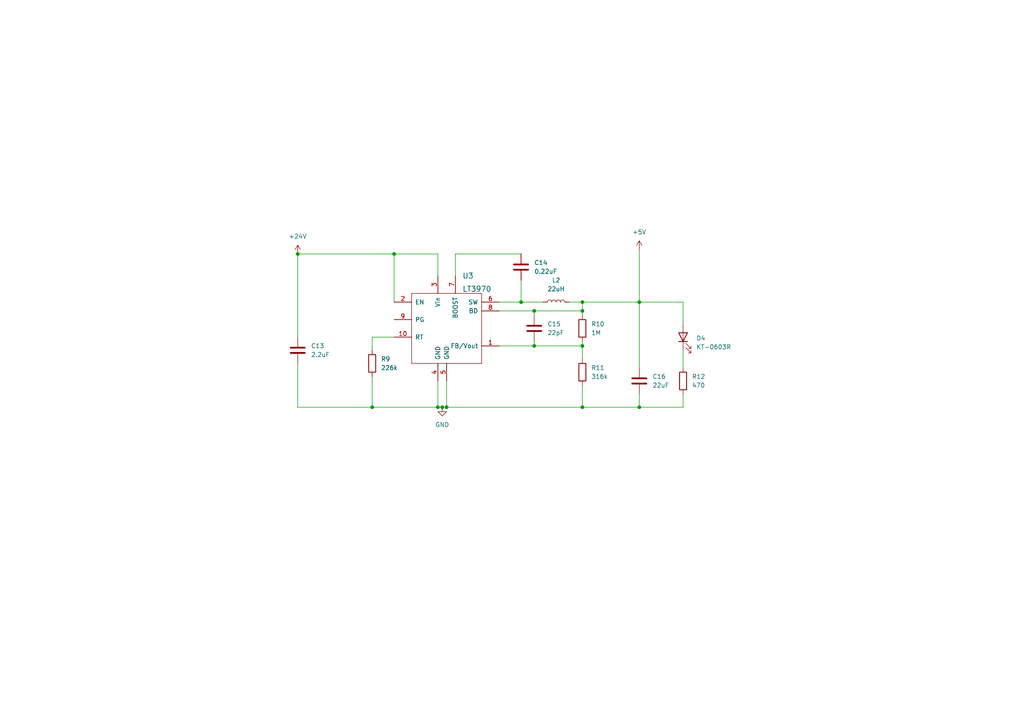
<source format=kicad_sch>
(kicad_sch (version 20230121) (generator eeschema)

  (uuid 78c7339e-0cc1-4290-b3b1-47f0c4996640)

  (paper "A4")

  (title_block
    (title "AMS Master by Jakub Sułek")
    (date "2023-06-27")
    (rev "7")
  )

  (lib_symbols
    (symbol "Device:C" (pin_numbers hide) (pin_names (offset 0.254)) (in_bom yes) (on_board yes)
      (property "Reference" "C" (at 0.635 2.54 0)
        (effects (font (size 1.27 1.27)) (justify left))
      )
      (property "Value" "C" (at 0.635 -2.54 0)
        (effects (font (size 1.27 1.27)) (justify left))
      )
      (property "Footprint" "" (at 0.9652 -3.81 0)
        (effects (font (size 1.27 1.27)) hide)
      )
      (property "Datasheet" "~" (at 0 0 0)
        (effects (font (size 1.27 1.27)) hide)
      )
      (property "ki_keywords" "cap capacitor" (at 0 0 0)
        (effects (font (size 1.27 1.27)) hide)
      )
      (property "ki_description" "Unpolarized capacitor" (at 0 0 0)
        (effects (font (size 1.27 1.27)) hide)
      )
      (property "ki_fp_filters" "C_*" (at 0 0 0)
        (effects (font (size 1.27 1.27)) hide)
      )
      (symbol "C_0_1"
        (polyline
          (pts
            (xy -2.032 -0.762)
            (xy 2.032 -0.762)
          )
          (stroke (width 0.508) (type default))
          (fill (type none))
        )
        (polyline
          (pts
            (xy -2.032 0.762)
            (xy 2.032 0.762)
          )
          (stroke (width 0.508) (type default))
          (fill (type none))
        )
      )
      (symbol "C_1_1"
        (pin passive line (at 0 3.81 270) (length 2.794)
          (name "~" (effects (font (size 1.27 1.27))))
          (number "1" (effects (font (size 1.27 1.27))))
        )
        (pin passive line (at 0 -3.81 90) (length 2.794)
          (name "~" (effects (font (size 1.27 1.27))))
          (number "2" (effects (font (size 1.27 1.27))))
        )
      )
    )
    (symbol "Device:L" (pin_numbers hide) (pin_names (offset 1.016) hide) (in_bom yes) (on_board yes)
      (property "Reference" "L" (at -1.27 0 90)
        (effects (font (size 1.27 1.27)))
      )
      (property "Value" "L" (at 1.905 0 90)
        (effects (font (size 1.27 1.27)))
      )
      (property "Footprint" "" (at 0 0 0)
        (effects (font (size 1.27 1.27)) hide)
      )
      (property "Datasheet" "~" (at 0 0 0)
        (effects (font (size 1.27 1.27)) hide)
      )
      (property "ki_keywords" "inductor choke coil reactor magnetic" (at 0 0 0)
        (effects (font (size 1.27 1.27)) hide)
      )
      (property "ki_description" "Inductor" (at 0 0 0)
        (effects (font (size 1.27 1.27)) hide)
      )
      (property "ki_fp_filters" "Choke_* *Coil* Inductor_* L_*" (at 0 0 0)
        (effects (font (size 1.27 1.27)) hide)
      )
      (symbol "L_0_1"
        (arc (start 0 -2.54) (mid 0.6323 -1.905) (end 0 -1.27)
          (stroke (width 0) (type default))
          (fill (type none))
        )
        (arc (start 0 -1.27) (mid 0.6323 -0.635) (end 0 0)
          (stroke (width 0) (type default))
          (fill (type none))
        )
        (arc (start 0 0) (mid 0.6323 0.635) (end 0 1.27)
          (stroke (width 0) (type default))
          (fill (type none))
        )
        (arc (start 0 1.27) (mid 0.6323 1.905) (end 0 2.54)
          (stroke (width 0) (type default))
          (fill (type none))
        )
      )
      (symbol "L_1_1"
        (pin passive line (at 0 3.81 270) (length 1.27)
          (name "1" (effects (font (size 1.27 1.27))))
          (number "1" (effects (font (size 1.27 1.27))))
        )
        (pin passive line (at 0 -3.81 90) (length 1.27)
          (name "2" (effects (font (size 1.27 1.27))))
          (number "2" (effects (font (size 1.27 1.27))))
        )
      )
    )
    (symbol "Device:LED" (pin_numbers hide) (pin_names (offset 1.016) hide) (in_bom yes) (on_board yes)
      (property "Reference" "D" (at 0 2.54 0)
        (effects (font (size 1.27 1.27)))
      )
      (property "Value" "LED" (at 0 -2.54 0)
        (effects (font (size 1.27 1.27)))
      )
      (property "Footprint" "" (at 0 0 0)
        (effects (font (size 1.27 1.27)) hide)
      )
      (property "Datasheet" "~" (at 0 0 0)
        (effects (font (size 1.27 1.27)) hide)
      )
      (property "ki_keywords" "LED diode" (at 0 0 0)
        (effects (font (size 1.27 1.27)) hide)
      )
      (property "ki_description" "Light emitting diode" (at 0 0 0)
        (effects (font (size 1.27 1.27)) hide)
      )
      (property "ki_fp_filters" "LED* LED_SMD:* LED_THT:*" (at 0 0 0)
        (effects (font (size 1.27 1.27)) hide)
      )
      (symbol "LED_0_1"
        (polyline
          (pts
            (xy -1.27 -1.27)
            (xy -1.27 1.27)
          )
          (stroke (width 0.254) (type default))
          (fill (type none))
        )
        (polyline
          (pts
            (xy -1.27 0)
            (xy 1.27 0)
          )
          (stroke (width 0) (type default))
          (fill (type none))
        )
        (polyline
          (pts
            (xy 1.27 -1.27)
            (xy 1.27 1.27)
            (xy -1.27 0)
            (xy 1.27 -1.27)
          )
          (stroke (width 0.254) (type default))
          (fill (type none))
        )
        (polyline
          (pts
            (xy -3.048 -0.762)
            (xy -4.572 -2.286)
            (xy -3.81 -2.286)
            (xy -4.572 -2.286)
            (xy -4.572 -1.524)
          )
          (stroke (width 0) (type default))
          (fill (type none))
        )
        (polyline
          (pts
            (xy -1.778 -0.762)
            (xy -3.302 -2.286)
            (xy -2.54 -2.286)
            (xy -3.302 -2.286)
            (xy -3.302 -1.524)
          )
          (stroke (width 0) (type default))
          (fill (type none))
        )
      )
      (symbol "LED_1_1"
        (pin passive line (at -3.81 0 0) (length 2.54)
          (name "K" (effects (font (size 1.27 1.27))))
          (number "1" (effects (font (size 1.27 1.27))))
        )
        (pin passive line (at 3.81 0 180) (length 2.54)
          (name "A" (effects (font (size 1.27 1.27))))
          (number "2" (effects (font (size 1.27 1.27))))
        )
      )
    )
    (symbol "Device:R" (pin_numbers hide) (pin_names (offset 0)) (in_bom yes) (on_board yes)
      (property "Reference" "R" (at 2.032 0 90)
        (effects (font (size 1.27 1.27)))
      )
      (property "Value" "R" (at 0 0 90)
        (effects (font (size 1.27 1.27)))
      )
      (property "Footprint" "" (at -1.778 0 90)
        (effects (font (size 1.27 1.27)) hide)
      )
      (property "Datasheet" "~" (at 0 0 0)
        (effects (font (size 1.27 1.27)) hide)
      )
      (property "ki_keywords" "R res resistor" (at 0 0 0)
        (effects (font (size 1.27 1.27)) hide)
      )
      (property "ki_description" "Resistor" (at 0 0 0)
        (effects (font (size 1.27 1.27)) hide)
      )
      (property "ki_fp_filters" "R_*" (at 0 0 0)
        (effects (font (size 1.27 1.27)) hide)
      )
      (symbol "R_0_1"
        (rectangle (start -1.016 -2.54) (end 1.016 2.54)
          (stroke (width 0.254) (type default))
          (fill (type none))
        )
      )
      (symbol "R_1_1"
        (pin passive line (at 0 3.81 270) (length 1.27)
          (name "~" (effects (font (size 1.27 1.27))))
          (number "1" (effects (font (size 1.27 1.27))))
        )
        (pin passive line (at 0 -3.81 90) (length 1.27)
          (name "~" (effects (font (size 1.27 1.27))))
          (number "2" (effects (font (size 1.27 1.27))))
        )
      )
    )
    (symbol "Metropolia Motorsport General:LT3970" (pin_names (offset 1.016)) (in_bom yes) (on_board yes)
      (property "Reference" "U" (at 0 1.27 0)
        (effects (font (size 1.524 1.524)))
      )
      (property "Value" "LT3970" (at 0 -1.27 0)
        (effects (font (size 1.524 1.524)))
      )
      (property "Footprint" "general:LT3970" (at -2.54 -1.27 0)
        (effects (font (size 1.524 1.524)) hide)
      )
      (property "Datasheet" "" (at 0 0 0)
        (effects (font (size 1.524 1.524)) hide)
      )
      (symbol "LT3970_0_1"
        (rectangle (start -10.16 10.16) (end 10.16 -10.16)
          (stroke (width 0) (type default))
          (fill (type none))
        )
      )
      (symbol "LT3970_1_1"
        (pin input line (at 15.24 -5.08 180) (length 5.08)
          (name "FB/Vout" (effects (font (size 1.27 1.27))))
          (number "1" (effects (font (size 1.27 1.27))))
        )
        (pin input line (at -15.24 -2.54 0) (length 5.08)
          (name "RT" (effects (font (size 1.27 1.27))))
          (number "10" (effects (font (size 1.27 1.27))))
        )
        (pin input line (at -15.24 7.62 0) (length 5.08)
          (name "EN" (effects (font (size 1.27 1.27))))
          (number "2" (effects (font (size 1.27 1.27))))
        )
        (pin power_in line (at -2.54 15.24 270) (length 5.08)
          (name "Vin" (effects (font (size 1.27 1.27))))
          (number "3" (effects (font (size 1.27 1.27))))
        )
        (pin input line (at -2.54 -15.24 90) (length 5.08)
          (name "GND" (effects (font (size 1.27 1.27))))
          (number "4" (effects (font (size 1.27 1.27))))
        )
        (pin input line (at 0 -15.24 90) (length 5.08)
          (name "GND" (effects (font (size 1.27 1.27))))
          (number "5" (effects (font (size 1.27 1.27))))
        )
        (pin power_out line (at 15.24 7.62 180) (length 5.08)
          (name "SW" (effects (font (size 1.27 1.27))))
          (number "6" (effects (font (size 1.27 1.27))))
        )
        (pin input line (at 2.54 15.24 270) (length 5.08)
          (name "BOOST" (effects (font (size 1.27 1.27))))
          (number "7" (effects (font (size 1.27 1.27))))
        )
        (pin input line (at 15.24 5.08 180) (length 5.08)
          (name "BD" (effects (font (size 1.27 1.27))))
          (number "8" (effects (font (size 1.27 1.27))))
        )
        (pin input line (at -15.24 2.54 0) (length 5.08)
          (name "PG" (effects (font (size 1.27 1.27))))
          (number "9" (effects (font (size 1.27 1.27))))
        )
      )
    )
    (symbol "power:+24V" (power) (pin_names (offset 0)) (in_bom yes) (on_board yes)
      (property "Reference" "#PWR" (at 0 -3.81 0)
        (effects (font (size 1.27 1.27)) hide)
      )
      (property "Value" "+24V" (at 0 3.556 0)
        (effects (font (size 1.27 1.27)))
      )
      (property "Footprint" "" (at 0 0 0)
        (effects (font (size 1.27 1.27)) hide)
      )
      (property "Datasheet" "" (at 0 0 0)
        (effects (font (size 1.27 1.27)) hide)
      )
      (property "ki_keywords" "power-flag" (at 0 0 0)
        (effects (font (size 1.27 1.27)) hide)
      )
      (property "ki_description" "Power symbol creates a global label with name \"+24V\"" (at 0 0 0)
        (effects (font (size 1.27 1.27)) hide)
      )
      (symbol "+24V_0_1"
        (polyline
          (pts
            (xy -0.762 1.27)
            (xy 0 2.54)
          )
          (stroke (width 0) (type default))
          (fill (type none))
        )
        (polyline
          (pts
            (xy 0 0)
            (xy 0 2.54)
          )
          (stroke (width 0) (type default))
          (fill (type none))
        )
        (polyline
          (pts
            (xy 0 2.54)
            (xy 0.762 1.27)
          )
          (stroke (width 0) (type default))
          (fill (type none))
        )
      )
      (symbol "+24V_1_1"
        (pin power_in line (at 0 0 90) (length 0) hide
          (name "+24V" (effects (font (size 1.27 1.27))))
          (number "1" (effects (font (size 1.27 1.27))))
        )
      )
    )
    (symbol "power:+5V" (power) (pin_names (offset 0)) (in_bom yes) (on_board yes)
      (property "Reference" "#PWR" (at 0 -3.81 0)
        (effects (font (size 1.27 1.27)) hide)
      )
      (property "Value" "+5V" (at 0 3.556 0)
        (effects (font (size 1.27 1.27)))
      )
      (property "Footprint" "" (at 0 0 0)
        (effects (font (size 1.27 1.27)) hide)
      )
      (property "Datasheet" "" (at 0 0 0)
        (effects (font (size 1.27 1.27)) hide)
      )
      (property "ki_keywords" "power-flag" (at 0 0 0)
        (effects (font (size 1.27 1.27)) hide)
      )
      (property "ki_description" "Power symbol creates a global label with name \"+5V\"" (at 0 0 0)
        (effects (font (size 1.27 1.27)) hide)
      )
      (symbol "+5V_0_1"
        (polyline
          (pts
            (xy -0.762 1.27)
            (xy 0 2.54)
          )
          (stroke (width 0) (type default))
          (fill (type none))
        )
        (polyline
          (pts
            (xy 0 0)
            (xy 0 2.54)
          )
          (stroke (width 0) (type default))
          (fill (type none))
        )
        (polyline
          (pts
            (xy 0 2.54)
            (xy 0.762 1.27)
          )
          (stroke (width 0) (type default))
          (fill (type none))
        )
      )
      (symbol "+5V_1_1"
        (pin power_in line (at 0 0 90) (length 0) hide
          (name "+5V" (effects (font (size 1.27 1.27))))
          (number "1" (effects (font (size 1.27 1.27))))
        )
      )
    )
    (symbol "power:GND" (power) (pin_names (offset 0)) (in_bom yes) (on_board yes)
      (property "Reference" "#PWR" (at 0 -6.35 0)
        (effects (font (size 1.27 1.27)) hide)
      )
      (property "Value" "GND" (at 0 -3.81 0)
        (effects (font (size 1.27 1.27)))
      )
      (property "Footprint" "" (at 0 0 0)
        (effects (font (size 1.27 1.27)) hide)
      )
      (property "Datasheet" "" (at 0 0 0)
        (effects (font (size 1.27 1.27)) hide)
      )
      (property "ki_keywords" "power-flag" (at 0 0 0)
        (effects (font (size 1.27 1.27)) hide)
      )
      (property "ki_description" "Power symbol creates a global label with name \"GND\" , ground" (at 0 0 0)
        (effects (font (size 1.27 1.27)) hide)
      )
      (symbol "GND_0_1"
        (polyline
          (pts
            (xy 0 0)
            (xy 0 -1.27)
            (xy 1.27 -1.27)
            (xy 0 -2.54)
            (xy -1.27 -1.27)
            (xy 0 -1.27)
          )
          (stroke (width 0) (type default))
          (fill (type none))
        )
      )
      (symbol "GND_1_1"
        (pin power_in line (at 0 0 270) (length 0) hide
          (name "GND" (effects (font (size 1.27 1.27))))
          (number "1" (effects (font (size 1.27 1.27))))
        )
      )
    )
  )

  (junction (at 127 118.11) (diameter 0) (color 0 0 0 0)
    (uuid 1c4caeae-2608-4678-9555-8647a9ccadc7)
  )
  (junction (at 154.94 100.33) (diameter 0) (color 0 0 0 0)
    (uuid 1f52203c-b668-40e8-9e0f-a58e2d617b82)
  )
  (junction (at 154.94 90.17) (diameter 0) (color 0 0 0 0)
    (uuid 37cee999-a648-4ce9-ba77-e1d40e8e2c67)
  )
  (junction (at 185.42 118.11) (diameter 0) (color 0 0 0 0)
    (uuid 3f7e0219-470a-41c1-9e26-f92df101b646)
  )
  (junction (at 129.54 118.11) (diameter 0) (color 0 0 0 0)
    (uuid 5a01ce3b-6fce-4516-a473-74fe0f4ecfc4)
  )
  (junction (at 151.13 87.63) (diameter 0) (color 0 0 0 0)
    (uuid 7684e606-f46d-4e6f-8620-c798287cba6f)
  )
  (junction (at 107.95 118.11) (diameter 0) (color 0 0 0 0)
    (uuid 7730d70c-0525-4896-90c7-0472ec4a595f)
  )
  (junction (at 128.27 118.11) (diameter 0) (color 0 0 0 0)
    (uuid 91b78ca1-0613-46e0-b16c-6560fa0cd606)
  )
  (junction (at 114.3 73.66) (diameter 0) (color 0 0 0 0)
    (uuid 9ad3fd9b-e8b8-4cba-857c-15bae11dd99e)
  )
  (junction (at 168.91 100.33) (diameter 0) (color 0 0 0 0)
    (uuid b12613c3-d7c9-4e9b-b5a7-7461b96212f7)
  )
  (junction (at 86.36 73.66) (diameter 0) (color 0 0 0 0)
    (uuid bd0df8a9-bd29-4a56-9f71-3b692e136fc5)
  )
  (junction (at 185.42 87.63) (diameter 0) (color 0 0 0 0)
    (uuid ca6cb24b-88cd-4104-b439-cc1e66e75f1f)
  )
  (junction (at 168.91 90.17) (diameter 0) (color 0 0 0 0)
    (uuid d01f60df-b1a8-4cd8-be3a-5ad3598a9c01)
  )
  (junction (at 168.91 118.11) (diameter 0) (color 0 0 0 0)
    (uuid eb4171dc-aa7d-45f3-8a3f-ce34c6820bc3)
  )
  (junction (at 168.91 87.63) (diameter 0) (color 0 0 0 0)
    (uuid fcf030f2-80cd-49f8-9a08-b1c6205691a6)
  )

  (wire (pts (xy 154.94 99.06) (xy 154.94 100.33))
    (stroke (width 0) (type default))
    (uuid 028c62fa-facf-4c2f-b0ca-7347b24a94ff)
  )
  (wire (pts (xy 185.42 118.11) (xy 168.91 118.11))
    (stroke (width 0) (type default))
    (uuid 18a18a59-c6b8-47ca-a91b-662bc4aad6fc)
  )
  (wire (pts (xy 127 118.11) (xy 128.27 118.11))
    (stroke (width 0) (type default))
    (uuid 1c1f9d96-ab1e-4f6a-bc56-d0b715145bc3)
  )
  (wire (pts (xy 168.91 111.76) (xy 168.91 118.11))
    (stroke (width 0) (type default))
    (uuid 1fbd29c6-0880-4c33-b503-74d3d132f9f4)
  )
  (wire (pts (xy 86.36 105.41) (xy 86.36 118.11))
    (stroke (width 0) (type default))
    (uuid 249dbcd0-99c5-40fb-998c-b8efb604a519)
  )
  (wire (pts (xy 154.94 90.17) (xy 168.91 90.17))
    (stroke (width 0) (type default))
    (uuid 26aa461c-9a85-4a0f-99bb-3b7ba48e4b53)
  )
  (wire (pts (xy 86.36 118.11) (xy 107.95 118.11))
    (stroke (width 0) (type default))
    (uuid 286d9fa6-88cd-4d9b-99e0-ed7709df320c)
  )
  (wire (pts (xy 168.91 87.63) (xy 165.1 87.63))
    (stroke (width 0) (type default))
    (uuid 2e5a8c6c-aa4b-484e-8e2d-b640132c4984)
  )
  (wire (pts (xy 144.78 90.17) (xy 154.94 90.17))
    (stroke (width 0) (type default))
    (uuid 31abafff-7c37-4680-ba06-9d09f17d0e33)
  )
  (wire (pts (xy 185.42 114.3) (xy 185.42 118.11))
    (stroke (width 0) (type default))
    (uuid 3272151d-d910-4e78-804a-8afce7f9c8a7)
  )
  (wire (pts (xy 86.36 73.66) (xy 86.36 97.79))
    (stroke (width 0) (type default))
    (uuid 3c6b4492-e5b5-4cd0-9f0d-e3e78396aa4d)
  )
  (wire (pts (xy 198.12 114.3) (xy 198.12 118.11))
    (stroke (width 0) (type default))
    (uuid 431413a5-7000-408e-bfec-6a0337ac0813)
  )
  (wire (pts (xy 114.3 73.66) (xy 114.3 87.63))
    (stroke (width 0) (type default))
    (uuid 4538197f-60f1-4475-8586-1b2d2caf8a9a)
  )
  (wire (pts (xy 168.91 118.11) (xy 129.54 118.11))
    (stroke (width 0) (type default))
    (uuid 45f1c1f5-d1c3-4992-9dca-e08f96378531)
  )
  (wire (pts (xy 198.12 93.98) (xy 198.12 87.63))
    (stroke (width 0) (type default))
    (uuid 4d03b21e-af45-4965-8e85-6278f9bb0ce2)
  )
  (wire (pts (xy 107.95 118.11) (xy 127 118.11))
    (stroke (width 0) (type default))
    (uuid 60b57bd0-b79f-46c9-95aa-46f5d1cecc12)
  )
  (wire (pts (xy 168.91 87.63) (xy 168.91 90.17))
    (stroke (width 0) (type default))
    (uuid 6259ba0c-190c-4739-931d-c694be880832)
  )
  (wire (pts (xy 129.54 118.11) (xy 128.27 118.11))
    (stroke (width 0) (type default))
    (uuid 648f6464-f955-4871-9c30-75b42816ad1f)
  )
  (wire (pts (xy 151.13 87.63) (xy 157.48 87.63))
    (stroke (width 0) (type default))
    (uuid 682ea0e4-29f7-40cb-bd95-9d83bd7f04c8)
  )
  (wire (pts (xy 185.42 118.11) (xy 198.12 118.11))
    (stroke (width 0) (type default))
    (uuid 6bef5210-0870-49af-9023-61f60f498ed4)
  )
  (wire (pts (xy 107.95 109.22) (xy 107.95 118.11))
    (stroke (width 0) (type default))
    (uuid 6cf5f76d-d692-4b3e-9714-0cdf527fed29)
  )
  (wire (pts (xy 86.36 73.66) (xy 114.3 73.66))
    (stroke (width 0) (type default))
    (uuid 771d8ef0-955b-4175-a90f-1a441395efb4)
  )
  (wire (pts (xy 132.08 73.66) (xy 151.13 73.66))
    (stroke (width 0) (type default))
    (uuid 78d7ce8f-2c16-452c-a25b-60bdf81a2475)
  )
  (wire (pts (xy 132.08 80.01) (xy 132.08 73.66))
    (stroke (width 0) (type default))
    (uuid 7b319453-713e-48d1-8166-a0dca1b40b15)
  )
  (wire (pts (xy 185.42 87.63) (xy 168.91 87.63))
    (stroke (width 0) (type default))
    (uuid 7c775f15-59c6-4457-b84f-772e7bcc858d)
  )
  (wire (pts (xy 154.94 90.17) (xy 154.94 91.44))
    (stroke (width 0) (type default))
    (uuid 7d4bcabe-ebe1-49ca-ab99-b6a96aead75b)
  )
  (wire (pts (xy 168.91 99.06) (xy 168.91 100.33))
    (stroke (width 0) (type default))
    (uuid 86ddee13-68ce-4a53-8769-536e010c73d8)
  )
  (wire (pts (xy 168.91 100.33) (xy 168.91 104.14))
    (stroke (width 0) (type default))
    (uuid 87ccea1f-ca0e-45f5-bca6-9ca5a66f9036)
  )
  (wire (pts (xy 129.54 110.49) (xy 129.54 118.11))
    (stroke (width 0) (type default))
    (uuid 8df0e2d0-5986-4cb5-98a5-b3218dcfd012)
  )
  (wire (pts (xy 154.94 100.33) (xy 168.91 100.33))
    (stroke (width 0) (type default))
    (uuid 8f550ec6-6b4e-481f-98bb-c7587725c0fc)
  )
  (wire (pts (xy 127 73.66) (xy 127 80.01))
    (stroke (width 0) (type default))
    (uuid 9dbe0280-9579-461c-9fce-79ae67e1512f)
  )
  (wire (pts (xy 127 110.49) (xy 127 118.11))
    (stroke (width 0) (type default))
    (uuid 9dd205fd-6c80-4ca1-b651-71e3932b31f6)
  )
  (wire (pts (xy 198.12 101.6) (xy 198.12 106.68))
    (stroke (width 0) (type default))
    (uuid a246d1c1-4ea8-48bf-a73e-3af89275a6d2)
  )
  (wire (pts (xy 107.95 97.79) (xy 107.95 101.6))
    (stroke (width 0) (type default))
    (uuid aadf08a4-b226-4aec-96ac-f66f34536c97)
  )
  (wire (pts (xy 114.3 97.79) (xy 107.95 97.79))
    (stroke (width 0) (type default))
    (uuid ad40c648-5481-4067-a2c5-aeb189a51f9f)
  )
  (wire (pts (xy 114.3 73.66) (xy 127 73.66))
    (stroke (width 0) (type default))
    (uuid b05d3e32-fd84-488b-9a6c-fd9b47c291d6)
  )
  (wire (pts (xy 185.42 72.39) (xy 185.42 87.63))
    (stroke (width 0) (type default))
    (uuid b6e23120-5640-4486-8b70-5e3b3b2573f8)
  )
  (wire (pts (xy 151.13 81.28) (xy 151.13 87.63))
    (stroke (width 0) (type default))
    (uuid c409b07b-ffaf-4254-ba86-6644e5a06d7a)
  )
  (wire (pts (xy 185.42 87.63) (xy 185.42 106.68))
    (stroke (width 0) (type default))
    (uuid c5a9e927-751e-49ce-bd3d-36ea1d2704bb)
  )
  (wire (pts (xy 198.12 87.63) (xy 185.42 87.63))
    (stroke (width 0) (type default))
    (uuid c5fdef65-aee2-4b98-a019-4d4bc44c4686)
  )
  (wire (pts (xy 144.78 87.63) (xy 151.13 87.63))
    (stroke (width 0) (type default))
    (uuid e1b0fd91-cc7c-42e0-b75a-c52c5548a67b)
  )
  (wire (pts (xy 168.91 90.17) (xy 168.91 91.44))
    (stroke (width 0) (type default))
    (uuid f15c7671-5909-460a-b2a6-9f87c8bfc4b0)
  )
  (wire (pts (xy 144.78 100.33) (xy 154.94 100.33))
    (stroke (width 0) (type default))
    (uuid f7f7b35d-872b-4f8c-9131-d9780d2fe3aa)
  )

  (symbol (lib_id "Device:R") (at 198.12 110.49 0) (unit 1)
    (in_bom yes) (on_board yes) (dnp no) (fields_autoplaced)
    (uuid 00615b36-1ffd-4dea-bb32-656ce1d95d94)
    (property "Reference" "R12" (at 200.66 109.2199 0)
      (effects (font (size 1.27 1.27)) (justify left))
    )
    (property "Value" "470" (at 200.66 111.7599 0)
      (effects (font (size 1.27 1.27)) (justify left))
    )
    (property "Footprint" "Resistor_SMD:R_0805_2012Metric_Pad1.20x1.40mm_HandSolder" (at 196.342 110.49 90)
      (effects (font (size 1.27 1.27)) hide)
    )
    (property "Datasheet" "~" (at 198.12 110.49 0)
      (effects (font (size 1.27 1.27)) hide)
    )
    (pin "1" (uuid be653e13-663f-4733-bc5f-2e9de02b1196))
    (pin "2" (uuid 4ad2beda-4a6e-41bb-a270-d1980f38496d))
    (instances
      (project "AMS Master V8"
        (path "/e63e39d7-6ac0-4ffd-8aa3-1841a4541b55/2a4ad1e3-8d24-4e7f-868b-1019aa3d2553"
          (reference "R12") (unit 1)
        )
      )
    )
  )

  (symbol (lib_id "Device:L") (at 161.29 87.63 90) (unit 1)
    (in_bom yes) (on_board yes) (dnp no) (fields_autoplaced)
    (uuid 0eaf3920-f637-4901-9bcc-a744d7499be2)
    (property "Reference" "L2" (at 161.29 81.28 90)
      (effects (font (size 1.27 1.27)))
    )
    (property "Value" "22uH" (at 161.29 83.82 90)
      (effects (font (size 1.27 1.27)))
    )
    (property "Footprint" "Metropolia Motorsport:SLF7045T" (at 161.29 87.63 0)
      (effects (font (size 1.27 1.27)) hide)
    )
    (property "Datasheet" "~" (at 161.29 87.63 0)
      (effects (font (size 1.27 1.27)) hide)
    )
    (pin "1" (uuid 282fc33c-7e6b-4aab-9ec1-08828992e5f8))
    (pin "2" (uuid 3a7420a9-33b0-4079-a42f-27031dd27abc))
    (instances
      (project "AMS Master V8"
        (path "/e63e39d7-6ac0-4ffd-8aa3-1841a4541b55/2a4ad1e3-8d24-4e7f-868b-1019aa3d2553"
          (reference "L2") (unit 1)
        )
      )
    )
  )

  (symbol (lib_id "Device:R") (at 168.91 95.25 0) (unit 1)
    (in_bom yes) (on_board yes) (dnp no) (fields_autoplaced)
    (uuid 206e8f37-b78d-4581-8fba-671656e08df7)
    (property "Reference" "R10" (at 171.45 93.9799 0)
      (effects (font (size 1.27 1.27)) (justify left))
    )
    (property "Value" "1M" (at 171.45 96.5199 0)
      (effects (font (size 1.27 1.27)) (justify left))
    )
    (property "Footprint" "Resistor_SMD:R_0805_2012Metric_Pad1.20x1.40mm_HandSolder" (at 167.132 95.25 90)
      (effects (font (size 1.27 1.27)) hide)
    )
    (property "Datasheet" "~" (at 168.91 95.25 0)
      (effects (font (size 1.27 1.27)) hide)
    )
    (pin "1" (uuid f0474204-deed-4821-8ca9-5ce156c9fb7e))
    (pin "2" (uuid cccc1927-3594-484c-9566-b455ce57c14c))
    (instances
      (project "AMS Master V8"
        (path "/e63e39d7-6ac0-4ffd-8aa3-1841a4541b55/2a4ad1e3-8d24-4e7f-868b-1019aa3d2553"
          (reference "R10") (unit 1)
        )
      )
    )
  )

  (symbol (lib_id "Device:R") (at 107.95 105.41 0) (unit 1)
    (in_bom yes) (on_board yes) (dnp no) (fields_autoplaced)
    (uuid 354629a9-09cf-4cef-9d84-17ef750bc71b)
    (property "Reference" "R9" (at 110.49 104.1399 0)
      (effects (font (size 1.27 1.27)) (justify left))
    )
    (property "Value" "226k" (at 110.49 106.6799 0)
      (effects (font (size 1.27 1.27)) (justify left))
    )
    (property "Footprint" "Resistor_SMD:R_0805_2012Metric_Pad1.20x1.40mm_HandSolder" (at 106.172 105.41 90)
      (effects (font (size 1.27 1.27)) hide)
    )
    (property "Datasheet" "~" (at 107.95 105.41 0)
      (effects (font (size 1.27 1.27)) hide)
    )
    (pin "1" (uuid cb15dc22-5b4e-40cb-b8c6-70fdced53b2e))
    (pin "2" (uuid 03c299a5-7acd-45d6-9258-cab5e8f87544))
    (instances
      (project "AMS Master V8"
        (path "/e63e39d7-6ac0-4ffd-8aa3-1841a4541b55/2a4ad1e3-8d24-4e7f-868b-1019aa3d2553"
          (reference "R9") (unit 1)
        )
      )
    )
  )

  (symbol (lib_id "Device:LED") (at 198.12 97.79 90) (unit 1)
    (in_bom yes) (on_board yes) (dnp no) (fields_autoplaced)
    (uuid 4d547bea-7c88-4563-83e4-4c35ca30b0da)
    (property "Reference" "D4" (at 201.93 98.1074 90)
      (effects (font (size 1.27 1.27)) (justify right))
    )
    (property "Value" "KT-0603R" (at 201.93 100.6474 90)
      (effects (font (size 1.27 1.27)) (justify right))
    )
    (property "Footprint" "LED_SMD:LED_0603_1608Metric_Pad1.05x0.95mm_HandSolder" (at 198.12 97.79 0)
      (effects (font (size 1.27 1.27)) hide)
    )
    (property "Datasheet" "~" (at 198.12 97.79 0)
      (effects (font (size 1.27 1.27)) hide)
    )
    (pin "1" (uuid e76a152a-9061-47e9-9edb-95d53e248af8))
    (pin "2" (uuid 1ad57e6f-5c79-499d-992e-df0de0721128))
    (instances
      (project "AMS Master V8"
        (path "/e63e39d7-6ac0-4ffd-8aa3-1841a4541b55/2a4ad1e3-8d24-4e7f-868b-1019aa3d2553"
          (reference "D4") (unit 1)
        )
      )
    )
  )

  (symbol (lib_id "Device:C") (at 185.42 110.49 0) (unit 1)
    (in_bom yes) (on_board yes) (dnp no) (fields_autoplaced)
    (uuid 561c3660-4dd1-4c13-8081-e63b54872e8a)
    (property "Reference" "C16" (at 189.23 109.2199 0)
      (effects (font (size 1.27 1.27)) (justify left))
    )
    (property "Value" "22uF" (at 189.23 111.7599 0)
      (effects (font (size 1.27 1.27)) (justify left))
    )
    (property "Footprint" "Capacitor_SMD:C_0805_2012Metric_Pad1.18x1.45mm_HandSolder" (at 186.3852 114.3 0)
      (effects (font (size 1.27 1.27)) hide)
    )
    (property "Datasheet" "~" (at 185.42 110.49 0)
      (effects (font (size 1.27 1.27)) hide)
    )
    (pin "1" (uuid 5e56d497-4b6c-422a-8664-2a8f45b6ea60))
    (pin "2" (uuid 46b9200f-1737-402d-94f2-d547c23f22ab))
    (instances
      (project "AMS Master V8"
        (path "/e63e39d7-6ac0-4ffd-8aa3-1841a4541b55/2a4ad1e3-8d24-4e7f-868b-1019aa3d2553"
          (reference "C16") (unit 1)
        )
      )
    )
  )

  (symbol (lib_id "Metropolia Motorsport General:LT3970") (at 129.54 95.25 0) (unit 1)
    (in_bom yes) (on_board yes) (dnp no) (fields_autoplaced)
    (uuid 57d9b2dd-de16-4f80-8a7d-883edca0c9d2)
    (property "Reference" "U3" (at 134.0994 80.01 0)
      (effects (font (size 1.524 1.524)) (justify left))
    )
    (property "Value" "LT3970" (at 134.0994 83.82 0)
      (effects (font (size 1.524 1.524)) (justify left))
    )
    (property "Footprint" "Metropolia Motorsport:LT3970" (at 127 96.52 0)
      (effects (font (size 1.524 1.524)) hide)
    )
    (property "Datasheet" "" (at 129.54 95.25 0)
      (effects (font (size 1.524 1.524)) hide)
    )
    (pin "1" (uuid 036c567d-3eec-4559-a3a6-72c400754853))
    (pin "10" (uuid 4f8898f2-b267-4101-92e5-d3b70e4a89cc))
    (pin "2" (uuid a6ca798a-3144-4d63-b423-801cfdc36552))
    (pin "3" (uuid 2c206d9e-da26-4e85-8bbd-7a463d8c940f))
    (pin "4" (uuid 78dd04fd-4908-4100-a224-cd52b1675d66))
    (pin "5" (uuid 19977398-ccae-4656-88c1-5dd276a62bf0))
    (pin "6" (uuid 1a099265-8be4-4b5b-9be3-0796bd2d3ab7))
    (pin "7" (uuid c7f64661-2d86-446f-be27-ff6fc3cd26dc))
    (pin "8" (uuid 4a15f210-692d-41b4-bdbf-8dc6f27b01ac))
    (pin "9" (uuid f366b149-d70b-4087-9844-191c754b667b))
    (instances
      (project "AMS Master V8"
        (path "/e63e39d7-6ac0-4ffd-8aa3-1841a4541b55/2a4ad1e3-8d24-4e7f-868b-1019aa3d2553"
          (reference "U3") (unit 1)
        )
      )
    )
  )

  (symbol (lib_id "Device:C") (at 154.94 95.25 0) (unit 1)
    (in_bom yes) (on_board yes) (dnp no) (fields_autoplaced)
    (uuid 63fbb4b6-2344-4649-9ee6-19c8c628cc28)
    (property "Reference" "C15" (at 158.75 93.9799 0)
      (effects (font (size 1.27 1.27)) (justify left))
    )
    (property "Value" "22pF" (at 158.75 96.5199 0)
      (effects (font (size 1.27 1.27)) (justify left))
    )
    (property "Footprint" "Capacitor_SMD:C_0805_2012Metric_Pad1.18x1.45mm_HandSolder" (at 155.9052 99.06 0)
      (effects (font (size 1.27 1.27)) hide)
    )
    (property "Datasheet" "~" (at 154.94 95.25 0)
      (effects (font (size 1.27 1.27)) hide)
    )
    (pin "1" (uuid e3379cb9-adac-44a8-8efe-982adb05008b))
    (pin "2" (uuid 26b39bb7-1d71-40ad-9abe-b1e303b0deda))
    (instances
      (project "AMS Master V8"
        (path "/e63e39d7-6ac0-4ffd-8aa3-1841a4541b55/2a4ad1e3-8d24-4e7f-868b-1019aa3d2553"
          (reference "C15") (unit 1)
        )
      )
    )
  )

  (symbol (lib_id "power:+5V") (at 185.42 72.39 0) (unit 1)
    (in_bom yes) (on_board yes) (dnp no) (fields_autoplaced)
    (uuid 6d638d3c-5aba-4582-8087-523b0936f136)
    (property "Reference" "#PWR019" (at 185.42 76.2 0)
      (effects (font (size 1.27 1.27)) hide)
    )
    (property "Value" "+5V" (at 185.42 67.31 0)
      (effects (font (size 1.27 1.27)))
    )
    (property "Footprint" "" (at 185.42 72.39 0)
      (effects (font (size 1.27 1.27)) hide)
    )
    (property "Datasheet" "" (at 185.42 72.39 0)
      (effects (font (size 1.27 1.27)) hide)
    )
    (pin "1" (uuid 6e5ee511-c993-41d7-9628-810277acc395))
    (instances
      (project "AMS Master V8"
        (path "/e63e39d7-6ac0-4ffd-8aa3-1841a4541b55/2a4ad1e3-8d24-4e7f-868b-1019aa3d2553"
          (reference "#PWR019") (unit 1)
        )
      )
    )
  )

  (symbol (lib_id "Device:C") (at 86.36 101.6 0) (unit 1)
    (in_bom yes) (on_board yes) (dnp no) (fields_autoplaced)
    (uuid 76ae1468-cfce-4dca-b99a-6fb8b79ba992)
    (property "Reference" "C13" (at 90.17 100.3299 0)
      (effects (font (size 1.27 1.27)) (justify left))
    )
    (property "Value" "2.2uF" (at 90.17 102.8699 0)
      (effects (font (size 1.27 1.27)) (justify left))
    )
    (property "Footprint" "Capacitor_SMD:C_0805_2012Metric_Pad1.18x1.45mm_HandSolder" (at 87.3252 105.41 0)
      (effects (font (size 1.27 1.27)) hide)
    )
    (property "Datasheet" "~" (at 86.36 101.6 0)
      (effects (font (size 1.27 1.27)) hide)
    )
    (pin "1" (uuid 9abf57ad-e8be-4d52-909b-29131bc121e2))
    (pin "2" (uuid 52e3ae88-0b50-4764-a4b1-9bf536dde527))
    (instances
      (project "AMS Master V8"
        (path "/e63e39d7-6ac0-4ffd-8aa3-1841a4541b55/2a4ad1e3-8d24-4e7f-868b-1019aa3d2553"
          (reference "C13") (unit 1)
        )
      )
    )
  )

  (symbol (lib_id "Device:R") (at 168.91 107.95 0) (unit 1)
    (in_bom yes) (on_board yes) (dnp no) (fields_autoplaced)
    (uuid a87d235e-0be6-467e-82fc-34967a42a0b6)
    (property "Reference" "R11" (at 171.45 106.6799 0)
      (effects (font (size 1.27 1.27)) (justify left))
    )
    (property "Value" "316k" (at 171.45 109.2199 0)
      (effects (font (size 1.27 1.27)) (justify left))
    )
    (property "Footprint" "Resistor_SMD:R_0805_2012Metric_Pad1.20x1.40mm_HandSolder" (at 167.132 107.95 90)
      (effects (font (size 1.27 1.27)) hide)
    )
    (property "Datasheet" "~" (at 168.91 107.95 0)
      (effects (font (size 1.27 1.27)) hide)
    )
    (pin "1" (uuid 73576830-bc9f-47e1-b676-9503e8101107))
    (pin "2" (uuid e71cdc87-9004-454a-a923-84f826857bc7))
    (instances
      (project "AMS Master V8"
        (path "/e63e39d7-6ac0-4ffd-8aa3-1841a4541b55/2a4ad1e3-8d24-4e7f-868b-1019aa3d2553"
          (reference "R11") (unit 1)
        )
      )
    )
  )

  (symbol (lib_id "power:GND") (at 128.27 118.11 0) (unit 1)
    (in_bom yes) (on_board yes) (dnp no) (fields_autoplaced)
    (uuid d785761f-d55e-4867-9d52-b2214ebc0571)
    (property "Reference" "#PWR018" (at 128.27 124.46 0)
      (effects (font (size 1.27 1.27)) hide)
    )
    (property "Value" "~" (at 128.27 123.19 0)
      (effects (font (size 1.27 1.27)))
    )
    (property "Footprint" "" (at 128.27 118.11 0)
      (effects (font (size 1.27 1.27)) hide)
    )
    (property "Datasheet" "" (at 128.27 118.11 0)
      (effects (font (size 1.27 1.27)) hide)
    )
    (pin "1" (uuid 874d84da-7b0f-4aae-a207-be36dadbaa61))
    (instances
      (project "AMS Master V8"
        (path "/e63e39d7-6ac0-4ffd-8aa3-1841a4541b55/2a4ad1e3-8d24-4e7f-868b-1019aa3d2553"
          (reference "#PWR018") (unit 1)
        )
      )
    )
  )

  (symbol (lib_id "Device:C") (at 151.13 77.47 0) (unit 1)
    (in_bom yes) (on_board yes) (dnp no) (fields_autoplaced)
    (uuid f97f98ef-2926-4934-aa4c-72f1b097d93f)
    (property "Reference" "C14" (at 154.94 76.1999 0)
      (effects (font (size 1.27 1.27)) (justify left))
    )
    (property "Value" "0.22uF" (at 154.94 78.7399 0)
      (effects (font (size 1.27 1.27)) (justify left))
    )
    (property "Footprint" "Capacitor_SMD:C_0805_2012Metric_Pad1.18x1.45mm_HandSolder" (at 152.0952 81.28 0)
      (effects (font (size 1.27 1.27)) hide)
    )
    (property "Datasheet" "~" (at 151.13 77.47 0)
      (effects (font (size 1.27 1.27)) hide)
    )
    (pin "1" (uuid f798be68-c831-456a-b049-c17a94ac4359))
    (pin "2" (uuid dcaff767-5dc0-430b-8284-884b330e0b3a))
    (instances
      (project "AMS Master V8"
        (path "/e63e39d7-6ac0-4ffd-8aa3-1841a4541b55/2a4ad1e3-8d24-4e7f-868b-1019aa3d2553"
          (reference "C14") (unit 1)
        )
      )
    )
  )

  (symbol (lib_id "power:+24V") (at 86.36 73.66 0) (unit 1)
    (in_bom yes) (on_board yes) (dnp no) (fields_autoplaced)
    (uuid fe405bf0-1c75-40e2-a192-936edf055ed4)
    (property "Reference" "#PWR017" (at 86.36 77.47 0)
      (effects (font (size 1.27 1.27)) hide)
    )
    (property "Value" "+24V" (at 86.36 68.58 0)
      (effects (font (size 1.27 1.27)))
    )
    (property "Footprint" "" (at 86.36 73.66 0)
      (effects (font (size 1.27 1.27)) hide)
    )
    (property "Datasheet" "" (at 86.36 73.66 0)
      (effects (font (size 1.27 1.27)) hide)
    )
    (pin "1" (uuid 498a9117-858a-4d38-9018-29c738ab734c))
    (instances
      (project "AMS Master V8"
        (path "/e63e39d7-6ac0-4ffd-8aa3-1841a4541b55/2a4ad1e3-8d24-4e7f-868b-1019aa3d2553"
          (reference "#PWR017") (unit 1)
        )
      )
    )
  )
)

</source>
